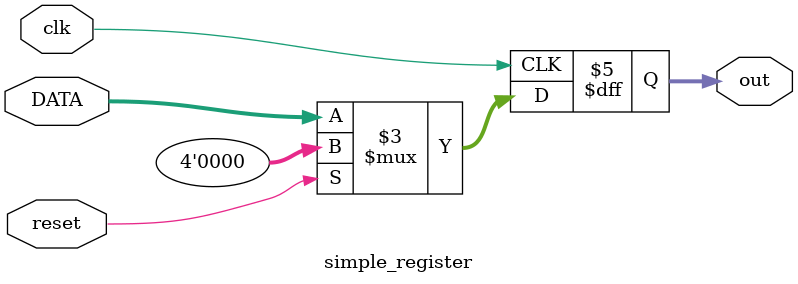
<source format=v>
module simple_register #(parameter W=4)(clk,DATA,reset,out);

	input clk,reset;
	input [W-1:0] DATA;
	output reg [W-1:0] out;

	always @(posedge clk)
		begin 
			if(reset) begin 
				out <= 'd0;
			end else begin 
				out <= DATA;
			end
		end 
endmodule 
</source>
